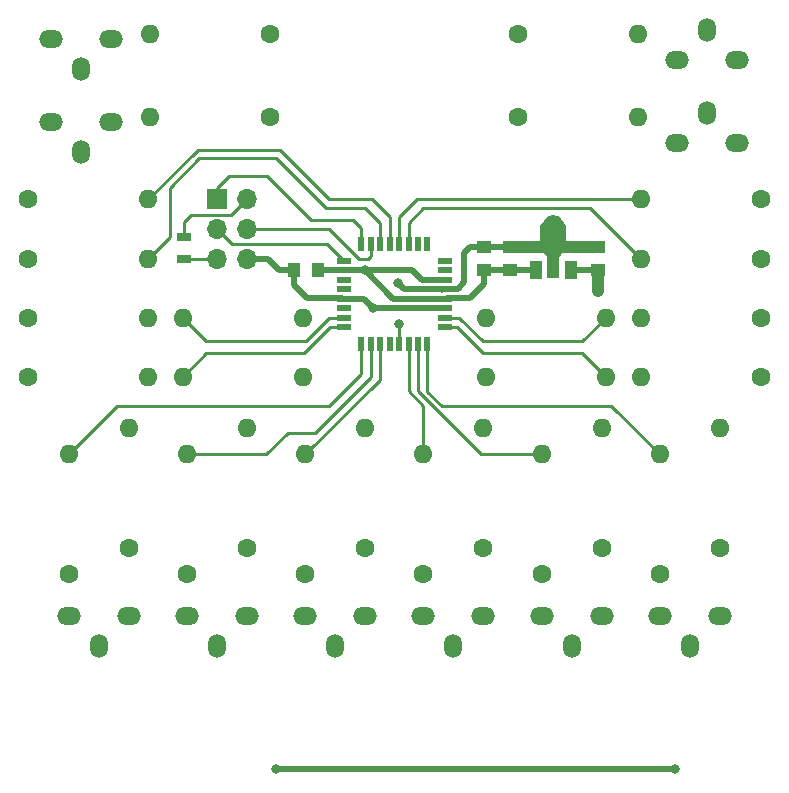
<source format=gtl>
G04 #@! TF.GenerationSoftware,KiCad,Pcbnew,(5.1.7)-1*
G04 #@! TF.CreationDate,2022-07-12T08:18:53+02:00*
G04 #@! TF.ProjectId,Flip-Flop-Modul,466c6970-2d46-46c6-9f70-2d4d6f64756c,rev?*
G04 #@! TF.SameCoordinates,Original*
G04 #@! TF.FileFunction,Copper,L1,Top*
G04 #@! TF.FilePolarity,Positive*
%FSLAX46Y46*%
G04 Gerber Fmt 4.6, Leading zero omitted, Abs format (unit mm)*
G04 Created by KiCad (PCBNEW (5.1.7)-1) date 2022-07-12 08:18:53*
%MOMM*%
%LPD*%
G01*
G04 APERTURE LIST*
G04 #@! TA.AperFunction,ComponentPad*
%ADD10C,1.600000*%
G04 #@! TD*
G04 #@! TA.AperFunction,ComponentPad*
%ADD11O,1.600000X1.600000*%
G04 #@! TD*
G04 #@! TA.AperFunction,SMDPad,CuDef*
%ADD12R,1.300000X0.700000*%
G04 #@! TD*
G04 #@! TA.AperFunction,SMDPad,CuDef*
%ADD13R,1.000000X1.250000*%
G04 #@! TD*
G04 #@! TA.AperFunction,SMDPad,CuDef*
%ADD14R,1.250000X1.000000*%
G04 #@! TD*
G04 #@! TA.AperFunction,SMDPad,CuDef*
%ADD15C,0.100000*%
G04 #@! TD*
G04 #@! TA.AperFunction,SMDPad,CuDef*
%ADD16R,1.000000X1.500000*%
G04 #@! TD*
G04 #@! TA.AperFunction,SMDPad,CuDef*
%ADD17R,1.000000X1.800000*%
G04 #@! TD*
G04 #@! TA.AperFunction,SMDPad,CuDef*
%ADD18R,2.200000X1.840000*%
G04 #@! TD*
G04 #@! TA.AperFunction,ComponentPad*
%ADD19R,1.700000X1.700000*%
G04 #@! TD*
G04 #@! TA.AperFunction,ComponentPad*
%ADD20O,1.700000X1.700000*%
G04 #@! TD*
G04 #@! TA.AperFunction,ComponentPad*
%ADD21O,1.500000X2.000000*%
G04 #@! TD*
G04 #@! TA.AperFunction,ComponentPad*
%ADD22O,2.000000X1.500000*%
G04 #@! TD*
G04 #@! TA.AperFunction,SMDPad,CuDef*
%ADD23R,1.200000X0.600000*%
G04 #@! TD*
G04 #@! TA.AperFunction,SMDPad,CuDef*
%ADD24R,0.600000X1.200000*%
G04 #@! TD*
G04 #@! TA.AperFunction,ViaPad*
%ADD25C,0.800000*%
G04 #@! TD*
G04 #@! TA.AperFunction,Conductor*
%ADD26C,0.500000*%
G04 #@! TD*
G04 #@! TA.AperFunction,Conductor*
%ADD27C,1.000000*%
G04 #@! TD*
G04 #@! TA.AperFunction,Conductor*
%ADD28C,0.250000*%
G04 #@! TD*
G04 APERTURE END LIST*
D10*
X91000000Y-57500000D03*
D11*
X80840000Y-57500000D03*
D10*
X91000000Y-52500000D03*
D11*
X80840000Y-52500000D03*
D10*
X29000000Y-57500000D03*
D11*
X39160000Y-57500000D03*
D10*
X62460000Y-74250000D03*
D11*
X62460000Y-64090000D03*
D10*
X82460000Y-74250000D03*
D11*
X82460000Y-64090000D03*
D10*
X42460000Y-74250000D03*
D11*
X42460000Y-64090000D03*
D10*
X29000000Y-52500000D03*
D11*
X39160000Y-52500000D03*
X52250000Y-52500000D03*
X42090000Y-52500000D03*
X52250000Y-57500000D03*
X42090000Y-57500000D03*
X67750000Y-52500000D03*
X77910000Y-52500000D03*
X67750000Y-57500000D03*
X77910000Y-57500000D03*
D12*
X42200000Y-45640000D03*
X42200000Y-47540000D03*
D13*
X53500000Y-48500000D03*
X51500000Y-48500000D03*
D14*
X67600000Y-48500000D03*
X67600000Y-46500000D03*
G04 #@! TA.AperFunction,SMDPad,CuDef*
D15*
G36*
X72365000Y-44758000D02*
G01*
X72965000Y-43908000D01*
X73965000Y-43908000D01*
X74565000Y-44758000D01*
X72365000Y-44758000D01*
G37*
G04 #@! TD.AperFunction*
D16*
X71965000Y-48480000D03*
D17*
X73465000Y-48333500D03*
D16*
X74965000Y-48480000D03*
D18*
X73465000Y-45666500D03*
G04 #@! TA.AperFunction,SMDPad,CuDef*
D15*
G36*
X74565000Y-46576200D02*
G01*
X73865000Y-47576200D01*
X73065000Y-47576200D01*
X72365000Y-46576200D01*
X74565000Y-46576200D01*
G37*
G04 #@! TD.AperFunction*
D14*
X69750000Y-48500000D03*
X69750000Y-46500000D03*
X77250000Y-48500000D03*
X77250000Y-46500000D03*
D19*
X45000000Y-42460000D03*
D20*
X47540000Y-42460000D03*
X45000000Y-45000000D03*
X47540000Y-45000000D03*
X45000000Y-47540000D03*
X47540000Y-47540000D03*
D10*
X91000000Y-42500000D03*
D11*
X80840000Y-42500000D03*
D10*
X91000000Y-47500000D03*
D11*
X80840000Y-47500000D03*
D10*
X29000000Y-47500000D03*
D11*
X39160000Y-47500000D03*
D10*
X29000000Y-42500000D03*
D11*
X39160000Y-42500000D03*
D10*
X70500000Y-35500000D03*
D11*
X80660000Y-35500000D03*
D10*
X70500000Y-28500000D03*
D11*
X80660000Y-28500000D03*
D10*
X49500000Y-28500000D03*
D11*
X39340000Y-28500000D03*
D10*
X49500000Y-35500000D03*
D11*
X39340000Y-35500000D03*
D21*
X85000000Y-80290000D03*
D22*
X87540000Y-77750000D03*
X82460000Y-77750000D03*
D21*
X75000000Y-80290000D03*
D22*
X77540000Y-77750000D03*
X72460000Y-77750000D03*
D10*
X87540000Y-72000000D03*
D11*
X87540000Y-61840000D03*
D10*
X77540000Y-72000000D03*
D11*
X77540000Y-61840000D03*
D10*
X72460000Y-74250000D03*
D11*
X72460000Y-64090000D03*
D21*
X65000000Y-80290000D03*
D22*
X67540000Y-77750000D03*
X62460000Y-77750000D03*
D10*
X67540000Y-72000000D03*
D11*
X67540000Y-61840000D03*
D21*
X45000000Y-80290000D03*
D22*
X47540000Y-77750000D03*
X42460000Y-77750000D03*
D21*
X35000000Y-80290000D03*
D22*
X37540000Y-77750000D03*
X32460000Y-77750000D03*
D10*
X47540000Y-72000000D03*
D11*
X47540000Y-61840000D03*
D10*
X37540000Y-72000000D03*
D11*
X37540000Y-61840000D03*
D10*
X32460000Y-74250000D03*
D11*
X32460000Y-64090000D03*
D21*
X55000000Y-80290000D03*
D22*
X57540000Y-77750000D03*
X52460000Y-77750000D03*
D10*
X57540000Y-72000000D03*
D11*
X57540000Y-61840000D03*
D10*
X52460000Y-74250000D03*
D11*
X52460000Y-64090000D03*
D21*
X86500000Y-35210000D03*
D22*
X83960000Y-37750000D03*
X89040000Y-37750000D03*
D21*
X86500000Y-28160000D03*
D22*
X83960000Y-30700000D03*
X89040000Y-30700000D03*
D21*
X33500000Y-31440000D03*
D22*
X36040000Y-28900000D03*
X30960000Y-28900000D03*
D23*
X64250000Y-53300000D03*
X64250000Y-52500000D03*
X64250000Y-51700000D03*
X64250000Y-50900000D03*
X64250000Y-50100000D03*
X64250000Y-49300000D03*
X64250000Y-48500000D03*
X64250000Y-47700000D03*
D24*
X62800000Y-46250000D03*
X62000000Y-46250000D03*
X61200000Y-46250000D03*
X60400000Y-46250000D03*
X59600000Y-46250000D03*
X58800000Y-46250000D03*
X58000000Y-46250000D03*
X57200000Y-46250000D03*
D23*
X55750000Y-47700000D03*
X55750000Y-48500000D03*
X55750000Y-49300000D03*
X55750000Y-50100000D03*
X55750000Y-50900000D03*
X55750000Y-51700000D03*
X55750000Y-52500000D03*
X55750000Y-53300000D03*
D24*
X57200000Y-54750000D03*
X58000000Y-54750000D03*
X58800000Y-54750000D03*
X59600000Y-54750000D03*
X60400000Y-54750000D03*
X61200000Y-54750000D03*
X62000000Y-54750000D03*
X62800000Y-54750000D03*
D21*
X33500000Y-38440000D03*
D22*
X36040000Y-35900000D03*
X30960000Y-35900000D03*
D25*
X73465000Y-44535000D03*
X73465000Y-45535000D03*
X73465000Y-46535000D03*
X58200000Y-51700000D03*
X60300000Y-49600000D03*
X57500000Y-48500000D03*
X77250000Y-50250000D03*
X50000000Y-90750000D03*
X83750000Y-90750000D03*
X60400000Y-53000000D03*
D26*
X64100000Y-50100000D02*
X64050001Y-50149999D01*
X64250000Y-50100000D02*
X64100000Y-50100000D01*
D27*
X74298500Y-46500000D02*
X73465000Y-45666500D01*
X77250000Y-46500000D02*
X74298500Y-46500000D01*
X73465000Y-44333000D02*
X73465000Y-44535000D01*
X72631500Y-46500000D02*
X73465000Y-45666500D01*
X69750000Y-46500000D02*
X72631500Y-46500000D01*
X73465000Y-47035000D02*
X73465000Y-48333500D01*
X73465000Y-46035000D02*
X73465000Y-46535000D01*
X73465000Y-45035000D02*
X73465000Y-45535000D01*
D26*
X64250000Y-51700000D02*
X58200000Y-51700000D01*
X57400000Y-50900000D02*
X55750000Y-50900000D01*
X58200000Y-51700000D02*
X58200000Y-51700000D01*
D27*
X73465000Y-44535000D02*
X73465000Y-45035000D01*
X73465000Y-45535000D02*
X73465000Y-46035000D01*
X73465000Y-46535000D02*
X73465000Y-47035000D01*
D26*
X69750000Y-46500000D02*
X67600000Y-46500000D01*
X64449999Y-50050001D02*
X65349999Y-50050001D01*
X64400000Y-50100000D02*
X64449999Y-50050001D01*
X64250000Y-50100000D02*
X64400000Y-50100000D01*
X65349999Y-50050001D02*
X65900000Y-49500000D01*
X65900000Y-49500000D02*
X65900000Y-47000000D01*
X66400000Y-46500000D02*
X67600000Y-46500000D01*
X65900000Y-47000000D02*
X66400000Y-46500000D01*
X58200000Y-51700000D02*
X57400000Y-50900000D01*
X60800000Y-50100000D02*
X60300000Y-49600000D01*
X64250000Y-50100000D02*
X60800000Y-50100000D01*
X55550001Y-50850001D02*
X52600001Y-50850001D01*
X55600000Y-50900000D02*
X55550001Y-50850001D01*
X55750000Y-50900000D02*
X55600000Y-50900000D01*
X51500000Y-49750000D02*
X51500000Y-48500000D01*
X52600001Y-50850001D02*
X51500000Y-49750000D01*
X51500000Y-48500000D02*
X50250000Y-48500000D01*
X49290000Y-47540000D02*
X47540000Y-47540000D01*
X50250000Y-48500000D02*
X49290000Y-47540000D01*
X69770000Y-48480000D02*
X69750000Y-48500000D01*
X71965000Y-48480000D02*
X69770000Y-48480000D01*
X64400000Y-50900000D02*
X64449999Y-50850001D01*
X64250000Y-50900000D02*
X64400000Y-50900000D01*
X69750000Y-48500000D02*
X67600000Y-48500000D01*
X64100000Y-49300000D02*
X64250000Y-49300000D01*
X62300000Y-49300000D02*
X64100000Y-49300000D01*
X64250000Y-50900000D02*
X62300000Y-50900000D01*
X61500000Y-48500000D02*
X62300000Y-49300000D01*
X59900000Y-50900000D02*
X57500000Y-48500000D01*
X64250000Y-50900000D02*
X59900000Y-50900000D01*
X57500000Y-48500000D02*
X61500000Y-48500000D01*
X55750000Y-48500000D02*
X57500000Y-48500000D01*
X64250000Y-50900000D02*
X64600000Y-50900000D01*
D28*
X47540000Y-42460000D02*
X46200000Y-43800000D01*
X46200000Y-43800000D02*
X42800000Y-43800000D01*
X42200000Y-44400000D02*
X42200000Y-45640000D01*
X42800000Y-43800000D02*
X42200000Y-44400000D01*
D26*
X55750000Y-48500000D02*
X53500000Y-48500000D01*
X64649999Y-50850001D02*
X66399999Y-50850001D01*
X64600000Y-50900000D02*
X64649999Y-50850001D01*
X67600000Y-49650000D02*
X67600000Y-48500000D01*
X66399999Y-50850001D02*
X67600000Y-49650000D01*
X74985000Y-48500000D02*
X74965000Y-48480000D01*
X77250000Y-48500000D02*
X74985000Y-48500000D01*
D27*
X77250000Y-48500000D02*
X77250000Y-50250000D01*
D26*
X50000000Y-90750000D02*
X83750000Y-90750000D01*
D28*
X45000000Y-41500000D02*
X45000000Y-42460000D01*
X46000000Y-40500000D02*
X45000000Y-41500000D01*
X49250000Y-40500000D02*
X46000000Y-40500000D01*
X56525000Y-44225000D02*
X52975000Y-44225000D01*
X57200000Y-44900000D02*
X56525000Y-44225000D01*
X52975000Y-44225000D02*
X49250000Y-40500000D01*
X57200000Y-46250000D02*
X57200000Y-44900000D01*
X54300000Y-46250000D02*
X55750000Y-47700000D01*
X46250000Y-46250000D02*
X54300000Y-46250000D01*
X45000000Y-45000000D02*
X46250000Y-46250000D01*
X52750000Y-45000000D02*
X54500000Y-45000000D01*
X47540000Y-45000000D02*
X52750000Y-45000000D01*
X52750000Y-45000000D02*
X53800000Y-45000000D01*
X54500000Y-45000000D02*
X57000000Y-47500000D01*
X57000000Y-47500000D02*
X57750000Y-47500000D01*
X58000000Y-47250000D02*
X58000000Y-46250000D01*
X57750000Y-47500000D02*
X58000000Y-47250000D01*
X60400000Y-54750000D02*
X60400000Y-53000000D01*
X45000000Y-47540000D02*
X42200000Y-47540000D01*
X59600000Y-44000000D02*
X59600000Y-46250000D01*
X58100000Y-42500000D02*
X59600000Y-44000000D01*
X54500000Y-42500000D02*
X58100000Y-42500000D01*
X50300000Y-38300000D02*
X54500000Y-42500000D01*
X43360000Y-38300000D02*
X50300000Y-38300000D01*
X39160000Y-42500000D02*
X43360000Y-38300000D01*
X39160000Y-47500000D02*
X40300000Y-46360000D01*
X58800000Y-44500000D02*
X58800000Y-46250000D01*
X54250000Y-43250000D02*
X57550000Y-43250000D01*
X50000000Y-39000000D02*
X54250000Y-43250000D01*
X43500000Y-39000000D02*
X50000000Y-39000000D01*
X41000000Y-41500000D02*
X43500000Y-39000000D01*
X57550000Y-43250000D02*
X58800000Y-44500000D01*
X41000000Y-45660000D02*
X41000000Y-41500000D01*
X39160000Y-47500000D02*
X41000000Y-45660000D01*
X80840000Y-47500000D02*
X76590000Y-43250000D01*
X61200000Y-46250000D02*
X61200000Y-44500000D01*
X62450000Y-43250000D02*
X61200000Y-44500000D01*
X63250000Y-43250000D02*
X62450000Y-43250000D01*
X76590000Y-43250000D02*
X63250000Y-43250000D01*
X63250000Y-43250000D02*
X62500000Y-43250000D01*
X60400000Y-46250000D02*
X60400000Y-44000000D01*
X61900000Y-42500000D02*
X60400000Y-44000000D01*
X62250000Y-42500000D02*
X61900000Y-42500000D01*
X80840000Y-42500000D02*
X62250000Y-42500000D01*
X62250000Y-42500000D02*
X62000000Y-42500000D01*
X58000000Y-54750000D02*
X58000000Y-57500000D01*
X58000000Y-57500000D02*
X53250000Y-62250000D01*
X53250000Y-62250000D02*
X51000000Y-62250000D01*
X49160000Y-64090000D02*
X42460000Y-64090000D01*
X51000000Y-62250000D02*
X49160000Y-64090000D01*
X62460000Y-64090000D02*
X62460000Y-59960000D01*
X61200000Y-58700000D02*
X61200000Y-58550000D01*
X62460000Y-59960000D02*
X61200000Y-58700000D01*
X61200000Y-54750000D02*
X61200000Y-58550000D01*
X62800000Y-58550000D02*
X62800000Y-54750000D01*
X62800000Y-58800000D02*
X62800000Y-58550000D01*
X64000000Y-60000000D02*
X62800000Y-58800000D01*
X78370000Y-60000000D02*
X64000000Y-60000000D01*
X82460000Y-64090000D02*
X78370000Y-60000000D01*
X52500000Y-54500000D02*
X54500000Y-52500000D01*
X44090000Y-54500000D02*
X52500000Y-54500000D01*
X54500000Y-52500000D02*
X55750000Y-52500000D01*
X42090000Y-52500000D02*
X44090000Y-54500000D01*
X54550000Y-53300000D02*
X55750000Y-53300000D01*
X52350000Y-55500000D02*
X54550000Y-53300000D01*
X44090000Y-55500000D02*
X52350000Y-55500000D01*
X42090000Y-57500000D02*
X44090000Y-55500000D01*
X67500000Y-54500000D02*
X75910000Y-54500000D01*
X75910000Y-54500000D02*
X77910000Y-52500000D01*
X65500000Y-52500000D02*
X67500000Y-54500000D01*
X64250000Y-52500000D02*
X65500000Y-52500000D01*
X75910000Y-55500000D02*
X77910000Y-57500000D01*
X67500000Y-55500000D02*
X75910000Y-55500000D01*
X65300000Y-53300000D02*
X67500000Y-55500000D01*
X64250000Y-53300000D02*
X65300000Y-53300000D01*
X58800000Y-57750000D02*
X52460000Y-64090000D01*
X58800000Y-54750000D02*
X58800000Y-57750000D01*
X36550000Y-60000000D02*
X32460000Y-64090000D01*
X54500000Y-60000000D02*
X36550000Y-60000000D01*
X57200000Y-57300000D02*
X54500000Y-60000000D01*
X57200000Y-54750000D02*
X57200000Y-57300000D01*
X67340000Y-64090000D02*
X72460000Y-64090000D01*
X62000000Y-58750000D02*
X67340000Y-64090000D01*
X62000000Y-54750000D02*
X62000000Y-58750000D01*
M02*

</source>
